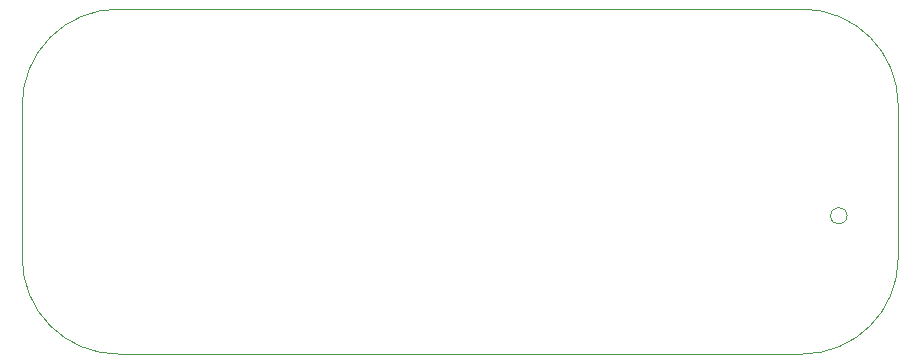
<source format=gbr>
%TF.GenerationSoftware,KiCad,Pcbnew,8.99.0-unknown*%
%TF.CreationDate,2024-05-02T03:16:27-04:00*%
%TF.ProjectId,solderingStationPCB,736f6c64-6572-4696-9e67-53746174696f,rev?*%
%TF.SameCoordinates,PX33f2570PY4a915b0*%
%TF.FileFunction,Profile,NP*%
%FSLAX46Y46*%
G04 Gerber Fmt 4.6, Leading zero omitted, Abs format (unit mm)*
G04 Created by KiCad (PCBNEW 8.99.0-unknown) date 2024-05-02 03:16:27*
%MOMM*%
%LPD*%
G01*
G04 APERTURE LIST*
%TA.AperFunction,Profile*%
%ADD10C,0.050000*%
%TD*%
G04 APERTURE END LIST*
D10*
X66068521Y7700D02*
G75*
G02*
X74196500Y-8120300I-21J-8128000D01*
G01*
X28521Y-8120300D02*
X28521Y-21074300D01*
X8156521Y-29202300D02*
X66068521Y-29202300D01*
X74196521Y-21074300D02*
X74196521Y-8120300D01*
X8156521Y-29202300D02*
G75*
G02*
X28500Y-21074300I-21J8128000D01*
G01*
X28521Y-8120300D02*
G75*
G02*
X8156521Y7679I8127979J0D01*
G01*
X69865821Y-17492900D02*
G75*
G02*
X68468821Y-17492900I-698500J0D01*
G01*
X68468821Y-17492900D02*
G75*
G02*
X69865821Y-17492900I698500J0D01*
G01*
X74196521Y-21074300D02*
G75*
G02*
X66068521Y-29202321I-8128021J0D01*
G01*
X66068521Y7700D02*
X8156521Y7700D01*
M02*

</source>
